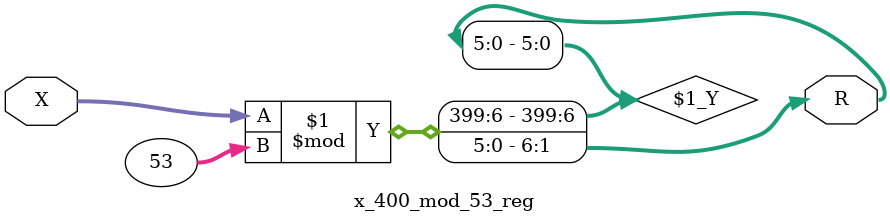
<source format=v>
module x_400_mod_53_reg(
    input [400:1] X,
    output [6:1] R
    );


assign R = X % 53;

endmodule

</source>
